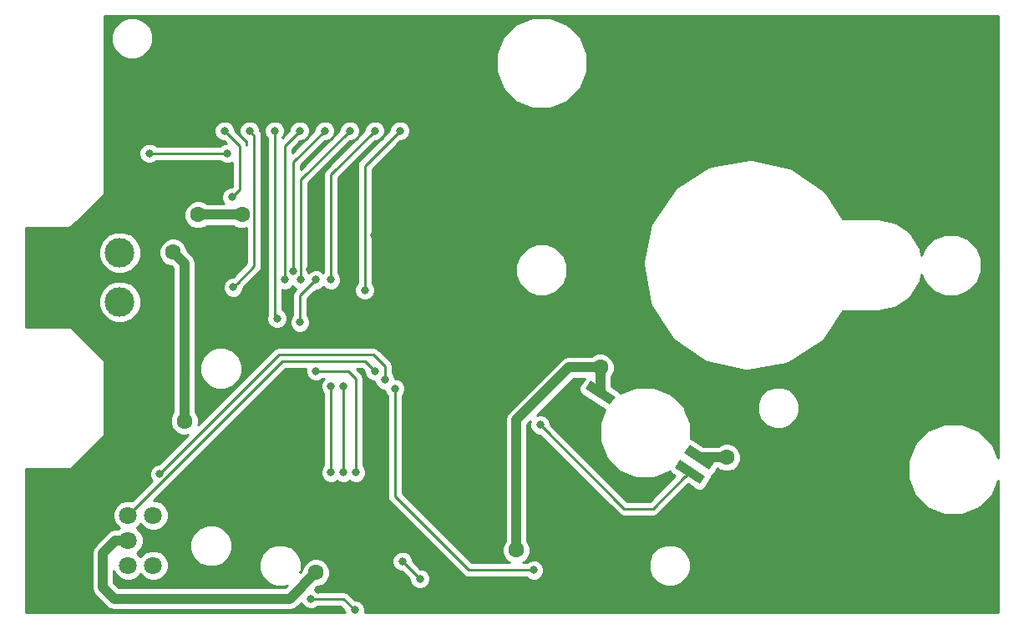
<source format=gbr>
G04 #@! TF.GenerationSoftware,KiCad,Pcbnew,(2017-01-15 revision 8ac4790)-makepkg*
G04 #@! TF.CreationDate,2017-09-14T17:44:39+02:00*
G04 #@! TF.ProjectId,Fallblatt-Controller,46616C6C626C6174742D436F6E74726F,1.0*
G04 #@! TF.FileFunction,Copper,L2,Bot,Signal*
G04 #@! TF.FilePolarity,Positive*
%FSLAX46Y46*%
G04 Gerber Fmt 4.6, Leading zero omitted, Abs format (unit mm)*
G04 Created by KiCad (PCBNEW (2017-01-15 revision 8ac4790)-makepkg) date 09/14/17 17:44:39*
%MOMM*%
%LPD*%
G01*
G04 APERTURE LIST*
%ADD10C,0.100000*%
%ADD11C,1.000000*%
%ADD12C,1.800000*%
%ADD13C,3.000000*%
%ADD14C,0.800000*%
%ADD15C,1.600000*%
%ADD16C,1.000000*%
%ADD17C,0.250000*%
%ADD18C,0.254000*%
G04 APERTURE END LIST*
D10*
D11*
X122977801Y-100486969D03*
D10*
G36*
X123963487Y-101723263D02*
X121447476Y-100089346D01*
X121992115Y-99250675D01*
X124508126Y-100884592D01*
X123963487Y-101723263D01*
X123963487Y-101723263D01*
G37*
D11*
X123958152Y-98977362D03*
D10*
G36*
X124943838Y-100213656D02*
X122427827Y-98579739D01*
X122972466Y-97741068D01*
X125488477Y-99374985D01*
X124943838Y-100213656D01*
X124943838Y-100213656D01*
G37*
D11*
X134022199Y-105513031D03*
D10*
G36*
X135007885Y-106749325D02*
X132491874Y-105115408D01*
X133036513Y-104276737D01*
X135552524Y-105910654D01*
X135007885Y-106749325D01*
X135007885Y-106749325D01*
G37*
D11*
X133041848Y-107022638D03*
D10*
G36*
X134027534Y-108258932D02*
X131511523Y-106625015D01*
X132056162Y-105786344D01*
X134572173Y-107420261D01*
X134027534Y-108258932D01*
X134027534Y-108258932D01*
G37*
D12*
X76100000Y-116500000D03*
X76100000Y-113960000D03*
X76100000Y-111420000D03*
X78640000Y-116500000D03*
X78640000Y-113960000D03*
X78640000Y-111420000D03*
D13*
X75250000Y-84750000D03*
X75250000Y-89750000D03*
D14*
X115824000Y-120904000D03*
D15*
X76750000Y-94000000D03*
X73200000Y-80400000D03*
D14*
X102870000Y-120904000D03*
X95377000Y-118999000D03*
D15*
X121412000Y-101981000D03*
D14*
X101000000Y-83000000D03*
X94500000Y-86500000D03*
X95500000Y-85000000D03*
D15*
X115443000Y-114935000D03*
D14*
X95123000Y-87503000D03*
X93498998Y-91821000D03*
D15*
X87630000Y-80899000D03*
X83185000Y-80899000D03*
X123952000Y-96393000D03*
X95123000Y-117221000D03*
D14*
X117856000Y-102235000D03*
D15*
X136779000Y-105537000D03*
D14*
X86106000Y-74676000D03*
X78232000Y-74676000D03*
D15*
X81788000Y-101854000D03*
X80645000Y-84709000D03*
D14*
X101092000Y-96774000D03*
X99060000Y-121031000D03*
X94615000Y-119888000D03*
X79277340Y-107217340D03*
X102108000Y-97663000D03*
X105664000Y-117856000D03*
X103886000Y-116078000D03*
X100076000Y-88551021D03*
X103632000Y-72390000D03*
X96647000Y-87503000D03*
X101092000Y-72390000D03*
X93599000Y-87503000D03*
X98552000Y-72390000D03*
X92837000Y-86614000D03*
X96012000Y-72390000D03*
X91948000Y-87503000D03*
X93472000Y-72390000D03*
X91186000Y-91440000D03*
X90932000Y-72390000D03*
X86741000Y-88265000D03*
X88392000Y-72390000D03*
X86614000Y-79121000D03*
X85852000Y-72390000D03*
X96647000Y-98298000D03*
X96647000Y-107061000D03*
X95123000Y-96774000D03*
X99187000Y-107061000D03*
X97917000Y-98298000D03*
X97917000Y-107061000D03*
X117221000Y-116967000D03*
X103124000Y-98552000D03*
D16*
X122977801Y-100486969D02*
X122906031Y-100486969D01*
X122906031Y-100486969D02*
X121412000Y-101981000D01*
X76100000Y-113960000D02*
X74827208Y-113960000D01*
X74827208Y-113960000D02*
X73533000Y-115254208D01*
X73533000Y-115254208D02*
X73533000Y-118745000D01*
X73533000Y-118745000D02*
X74676000Y-119888000D01*
X92456000Y-119888000D02*
X95123000Y-117221000D01*
X74676000Y-119888000D02*
X92456000Y-119888000D01*
X115443000Y-101727000D02*
X115443000Y-114935000D01*
X120777000Y-96393000D02*
X115443000Y-101727000D01*
X122820630Y-96393000D02*
X120777000Y-96393000D01*
X123952000Y-96393000D02*
X122820630Y-96393000D01*
D17*
X93498998Y-91821000D02*
X93498998Y-89127002D01*
X93498998Y-89127002D02*
X95123000Y-87503000D01*
D16*
X83185000Y-80899000D02*
X87630000Y-80899000D01*
X123958152Y-98977362D02*
X123958152Y-96399152D01*
X123958152Y-96399152D02*
X123952000Y-96393000D01*
D17*
X129286000Y-110744000D02*
X126365000Y-110744000D01*
X126365000Y-110744000D02*
X117856000Y-102235000D01*
X132575200Y-107454800D02*
X129286000Y-110744000D01*
X133041848Y-107022638D02*
X132609686Y-107454800D01*
X132609686Y-107454800D02*
X132575200Y-107454800D01*
D16*
X134022199Y-105513031D02*
X136755031Y-105513031D01*
X136755031Y-105513031D02*
X136779000Y-105537000D01*
D17*
X78232000Y-74676000D02*
X86106000Y-74676000D01*
D16*
X80645000Y-84709000D02*
X81788000Y-85852000D01*
X81788000Y-85852000D02*
X81788000Y-101854000D01*
D17*
X100076000Y-95758000D02*
X91762000Y-95758000D01*
X101092000Y-96774000D02*
X100076000Y-95758000D01*
X91762000Y-95758000D02*
X76100000Y-111420000D01*
X94615000Y-119888000D02*
X97917000Y-119888000D01*
X97917000Y-119888000D02*
X99060000Y-121031000D01*
X79677339Y-106817341D02*
X79277340Y-107217340D01*
X91371680Y-95123000D02*
X79677339Y-106817341D01*
X100965000Y-95123000D02*
X91371680Y-95123000D01*
X102108000Y-96266000D02*
X100965000Y-95123000D01*
X102108000Y-97663000D02*
X102108000Y-96266000D01*
X103886000Y-116078000D02*
X105664000Y-117856000D01*
X100076000Y-75946000D02*
X100076000Y-87985336D01*
X100076000Y-87985336D02*
X100076000Y-88551021D01*
X103632000Y-72390000D02*
X100076000Y-75946000D01*
X101092000Y-72390000D02*
X96647000Y-76835000D01*
X96647000Y-76835000D02*
X96647000Y-87503000D01*
X98552000Y-72390000D02*
X93599000Y-77343000D01*
X93599000Y-77343000D02*
X93599000Y-87503000D01*
X96012000Y-72390000D02*
X92837000Y-75565000D01*
X92837000Y-75565000D02*
X92837000Y-86614000D01*
X93472000Y-72390000D02*
X91948000Y-73914000D01*
X91948000Y-73914000D02*
X91948000Y-87503000D01*
X90932000Y-72390000D02*
X90932000Y-91186000D01*
X90932000Y-91186000D02*
X91186000Y-91440000D01*
X87140999Y-87865001D02*
X86741000Y-88265000D01*
X88392000Y-72390000D02*
X88882002Y-72880002D01*
X88882002Y-72880002D02*
X88882002Y-86123998D01*
X88882002Y-86123998D02*
X87140999Y-87865001D01*
X87376000Y-73914000D02*
X87376000Y-78359000D01*
X87376000Y-78359000D02*
X86614000Y-79121000D01*
X85852000Y-72390000D02*
X87376000Y-73914000D01*
X96647000Y-107061000D02*
X96647000Y-98298000D01*
X99187000Y-97536000D02*
X98425000Y-96774000D01*
X98425000Y-96774000D02*
X95123000Y-96774000D01*
X99187000Y-98298000D02*
X99187000Y-97536000D01*
X99187000Y-107061000D02*
X99187000Y-98298000D01*
X97917000Y-107061000D02*
X97917000Y-98298000D01*
X103124000Y-109474000D02*
X110617000Y-116967000D01*
X110617000Y-116967000D02*
X117221000Y-116967000D01*
X103124000Y-107061000D02*
X103124000Y-109474000D01*
X103124000Y-98552000D02*
X103124000Y-106680000D01*
X103124000Y-106680000D02*
X103124000Y-106807000D01*
X103124000Y-107061000D02*
X103124000Y-106680000D01*
D18*
G36*
X164290000Y-105600225D02*
X163681653Y-104127913D01*
X162378945Y-102822929D01*
X160676003Y-102115806D01*
X158832086Y-102114197D01*
X157127913Y-102818347D01*
X155822929Y-104121055D01*
X155115806Y-105823997D01*
X155114197Y-107667914D01*
X155818347Y-109372087D01*
X157121055Y-110677071D01*
X158823997Y-111384194D01*
X160667914Y-111385803D01*
X162372087Y-110681653D01*
X163677071Y-109378945D01*
X164290000Y-107902847D01*
X164290000Y-121290000D01*
X100073135Y-121290000D01*
X100094820Y-121237777D01*
X100095179Y-120826029D01*
X99937942Y-120445485D01*
X99647046Y-120154081D01*
X99266777Y-119996180D01*
X99099836Y-119996034D01*
X98454401Y-119350599D01*
X98207839Y-119185852D01*
X97917000Y-119128000D01*
X95318761Y-119128000D01*
X95202046Y-119011081D01*
X95015509Y-118933624D01*
X95292984Y-118656148D01*
X95407187Y-118656248D01*
X95934800Y-118438243D01*
X96338824Y-118034923D01*
X96557750Y-117507691D01*
X96558248Y-116936813D01*
X96340243Y-116409200D01*
X96214234Y-116282971D01*
X102850821Y-116282971D01*
X103008058Y-116663515D01*
X103298954Y-116954919D01*
X103679223Y-117112820D01*
X103846164Y-117112966D01*
X104628965Y-117895767D01*
X104628821Y-118060971D01*
X104786058Y-118441515D01*
X105076954Y-118732919D01*
X105457223Y-118890820D01*
X105868971Y-118891179D01*
X106249515Y-118733942D01*
X106540919Y-118443046D01*
X106698820Y-118062777D01*
X106699179Y-117651029D01*
X106541942Y-117270485D01*
X106251046Y-116979081D01*
X105870777Y-116821180D01*
X105703836Y-116821034D01*
X104921035Y-116038233D01*
X104921179Y-115873029D01*
X104763942Y-115492485D01*
X104473046Y-115201081D01*
X104092777Y-115043180D01*
X103681029Y-115042821D01*
X103300485Y-115200058D01*
X103009081Y-115490954D01*
X102851180Y-115871223D01*
X102850821Y-116282971D01*
X96214234Y-116282971D01*
X95936923Y-116005176D01*
X95409691Y-115786250D01*
X94838813Y-115785752D01*
X94311200Y-116003757D01*
X93907176Y-116407077D01*
X93688250Y-116934309D01*
X93688148Y-117050719D01*
X93508446Y-117230422D01*
X93634628Y-116926541D01*
X93635370Y-116077185D01*
X93311020Y-115292200D01*
X92710959Y-114691091D01*
X91926541Y-114365372D01*
X91077185Y-114364630D01*
X90292200Y-114688980D01*
X89691091Y-115289041D01*
X89365372Y-116073459D01*
X89364630Y-116922815D01*
X89688980Y-117707800D01*
X90289041Y-118308909D01*
X91073459Y-118634628D01*
X91922815Y-118635370D01*
X92230723Y-118508145D01*
X91985868Y-118753000D01*
X75146132Y-118753000D01*
X74668000Y-118274868D01*
X74668000Y-117053911D01*
X74797932Y-117368371D01*
X75229357Y-117800551D01*
X75793330Y-118034733D01*
X76403991Y-118035265D01*
X76968371Y-117802068D01*
X77370323Y-117400818D01*
X77769357Y-117800551D01*
X78333330Y-118034733D01*
X78943991Y-118035265D01*
X79508371Y-117802068D01*
X79940551Y-117370643D01*
X80174733Y-116806670D01*
X80175265Y-116196009D01*
X79942068Y-115631629D01*
X79510643Y-115199449D01*
X78946670Y-114965267D01*
X78336009Y-114964735D01*
X77771629Y-115197932D01*
X77369677Y-115599182D01*
X77000818Y-115229677D01*
X77308217Y-114922815D01*
X82364630Y-114922815D01*
X82688980Y-115707800D01*
X83289041Y-116308909D01*
X84073459Y-116634628D01*
X84922815Y-116635370D01*
X85707800Y-116311020D01*
X86308909Y-115710959D01*
X86634628Y-114926541D01*
X86635370Y-114077185D01*
X86311020Y-113292200D01*
X85710959Y-112691091D01*
X84926541Y-112365372D01*
X84077185Y-112364630D01*
X83292200Y-112688980D01*
X82691091Y-113289041D01*
X82365372Y-114073459D01*
X82364630Y-114922815D01*
X77308217Y-114922815D01*
X77400551Y-114830643D01*
X77634733Y-114266670D01*
X77635265Y-113656009D01*
X77402068Y-113091629D01*
X77000818Y-112689677D01*
X77370323Y-112320818D01*
X77769357Y-112720551D01*
X78333330Y-112954733D01*
X78943991Y-112955265D01*
X79508371Y-112722068D01*
X79940551Y-112290643D01*
X80174733Y-111726670D01*
X80175265Y-111116009D01*
X79942068Y-110551629D01*
X79510643Y-110119449D01*
X78946670Y-109885267D01*
X78709741Y-109885061D01*
X92076802Y-96518000D01*
X94108619Y-96518000D01*
X94088180Y-96567223D01*
X94087821Y-96978971D01*
X94245058Y-97359515D01*
X94535954Y-97650919D01*
X94916223Y-97808820D01*
X95327971Y-97809179D01*
X95708515Y-97651942D01*
X95826663Y-97534000D01*
X95947344Y-97534000D01*
X95770081Y-97710954D01*
X95612180Y-98091223D01*
X95611821Y-98502971D01*
X95769058Y-98883515D01*
X95887000Y-99001663D01*
X95887000Y-106357239D01*
X95770081Y-106473954D01*
X95612180Y-106854223D01*
X95611821Y-107265971D01*
X95769058Y-107646515D01*
X96059954Y-107937919D01*
X96440223Y-108095820D01*
X96851971Y-108096179D01*
X97232515Y-107938942D01*
X97281831Y-107889712D01*
X97329954Y-107937919D01*
X97710223Y-108095820D01*
X98121971Y-108096179D01*
X98502515Y-107938942D01*
X98551831Y-107889712D01*
X98599954Y-107937919D01*
X98980223Y-108095820D01*
X99391971Y-108096179D01*
X99772515Y-107938942D01*
X100063919Y-107648046D01*
X100221820Y-107267777D01*
X100222179Y-106856029D01*
X100064942Y-106475485D01*
X99947000Y-106357337D01*
X99947000Y-97536000D01*
X99889148Y-97245161D01*
X99724401Y-96998599D01*
X99243802Y-96518000D01*
X99761198Y-96518000D01*
X100056965Y-96813767D01*
X100056821Y-96978971D01*
X100214058Y-97359515D01*
X100504954Y-97650919D01*
X100885223Y-97808820D01*
X101072872Y-97808984D01*
X101072821Y-97867971D01*
X101230058Y-98248515D01*
X101520954Y-98539919D01*
X101901223Y-98697820D01*
X102088872Y-98697984D01*
X102088821Y-98756971D01*
X102246058Y-99137515D01*
X102364000Y-99255663D01*
X102364000Y-109474000D01*
X102421852Y-109764839D01*
X102586599Y-110011401D01*
X110079599Y-117504401D01*
X110326160Y-117669148D01*
X110617000Y-117727000D01*
X116517239Y-117727000D01*
X116633954Y-117843919D01*
X117014223Y-118001820D01*
X117425971Y-118002179D01*
X117806515Y-117844942D01*
X118097919Y-117554046D01*
X118255820Y-117173777D01*
X118256038Y-116922815D01*
X128864630Y-116922815D01*
X129188980Y-117707800D01*
X129789041Y-118308909D01*
X130573459Y-118634628D01*
X131422815Y-118635370D01*
X132207800Y-118311020D01*
X132808909Y-117710959D01*
X133134628Y-116926541D01*
X133135370Y-116077185D01*
X132811020Y-115292200D01*
X132210959Y-114691091D01*
X131426541Y-114365372D01*
X130577185Y-114364630D01*
X129792200Y-114688980D01*
X129191091Y-115289041D01*
X128865372Y-116073459D01*
X128864630Y-116922815D01*
X118256038Y-116922815D01*
X118256179Y-116762029D01*
X118098942Y-116381485D01*
X117808046Y-116090081D01*
X117427777Y-115932180D01*
X117016029Y-115931821D01*
X116635485Y-116089058D01*
X116517337Y-116207000D01*
X116122278Y-116207000D01*
X116254800Y-116152243D01*
X116658824Y-115748923D01*
X116877750Y-115221691D01*
X116878248Y-114650813D01*
X116660243Y-114123200D01*
X116578000Y-114040813D01*
X116578000Y-102197132D01*
X116873919Y-101901213D01*
X116821180Y-102028223D01*
X116820821Y-102439971D01*
X116978058Y-102820515D01*
X117268954Y-103111919D01*
X117649223Y-103269820D01*
X117816164Y-103269966D01*
X125827599Y-111281401D01*
X126074160Y-111446148D01*
X126365000Y-111504000D01*
X129286000Y-111504000D01*
X129576839Y-111446148D01*
X129823401Y-111281401D01*
X132843080Y-108261722D01*
X133674913Y-108801921D01*
X133909548Y-108895531D01*
X134162145Y-108892224D01*
X134394248Y-108792504D01*
X134570523Y-108611553D01*
X135115162Y-107772882D01*
X135208772Y-107538248D01*
X135206375Y-107355172D01*
X135374599Y-107282897D01*
X135550874Y-107101946D01*
X135845650Y-106648031D01*
X135860467Y-106648031D01*
X135965077Y-106752824D01*
X136492309Y-106971750D01*
X137063187Y-106972248D01*
X137590800Y-106754243D01*
X137994824Y-106350923D01*
X138213750Y-105823691D01*
X138214248Y-105252813D01*
X137996243Y-104725200D01*
X137592923Y-104321176D01*
X137065691Y-104102250D01*
X136494813Y-104101752D01*
X135967200Y-104319757D01*
X135908824Y-104378031D01*
X134381243Y-104378031D01*
X133389134Y-103733748D01*
X133154499Y-103640138D01*
X133134443Y-103640401D01*
X133135803Y-102082086D01*
X132656802Y-100922815D01*
X139864630Y-100922815D01*
X140188980Y-101707800D01*
X140789041Y-102308909D01*
X141573459Y-102634628D01*
X142422815Y-102635370D01*
X143207800Y-102311020D01*
X143808909Y-101710959D01*
X144134628Y-100926541D01*
X144135370Y-100077185D01*
X143811020Y-99292200D01*
X143210959Y-98691091D01*
X142426541Y-98365372D01*
X141577185Y-98364630D01*
X140792200Y-98688980D01*
X140191091Y-99289041D01*
X139865372Y-100073459D01*
X139864630Y-100922815D01*
X132656802Y-100922815D01*
X132431653Y-100377913D01*
X131128945Y-99072929D01*
X129426003Y-98365806D01*
X127582086Y-98364197D01*
X126022239Y-99008713D01*
X126022049Y-99008271D01*
X125841098Y-98831996D01*
X125093152Y-98346274D01*
X125093152Y-97281465D01*
X125167824Y-97206923D01*
X125386750Y-96679691D01*
X125387248Y-96108813D01*
X125169243Y-95581200D01*
X124765923Y-95177176D01*
X124238691Y-94958250D01*
X123667813Y-94957752D01*
X123140200Y-95175757D01*
X123057813Y-95258000D01*
X120777000Y-95258000D01*
X120342654Y-95344397D01*
X120014217Y-95563852D01*
X119974434Y-95590434D01*
X114640434Y-100924434D01*
X114394397Y-101292654D01*
X114308000Y-101727000D01*
X114308000Y-114040394D01*
X114227176Y-114121077D01*
X114008250Y-114648309D01*
X114007752Y-115219187D01*
X114225757Y-115746800D01*
X114629077Y-116150824D01*
X114764364Y-116207000D01*
X110931802Y-116207000D01*
X103884000Y-109159198D01*
X103884000Y-99255761D01*
X104000919Y-99139046D01*
X104158820Y-98758777D01*
X104159179Y-98347029D01*
X104001942Y-97966485D01*
X103711046Y-97675081D01*
X103330777Y-97517180D01*
X103143128Y-97517016D01*
X103143179Y-97458029D01*
X102985942Y-97077485D01*
X102868000Y-96959337D01*
X102868000Y-96266000D01*
X102810148Y-95975161D01*
X102645401Y-95728599D01*
X101502401Y-94585599D01*
X101255839Y-94420852D01*
X100965000Y-94363000D01*
X91371680Y-94363000D01*
X91080841Y-94420852D01*
X90834279Y-94585599D01*
X83182674Y-102237204D01*
X83222750Y-102140691D01*
X83223248Y-101569813D01*
X83005243Y-101042200D01*
X82923000Y-100959813D01*
X82923000Y-96922815D01*
X83364630Y-96922815D01*
X83688980Y-97707800D01*
X84289041Y-98308909D01*
X85073459Y-98634628D01*
X85922815Y-98635370D01*
X86707800Y-98311020D01*
X87308909Y-97710959D01*
X87634628Y-96926541D01*
X87635370Y-96077185D01*
X87311020Y-95292200D01*
X86710959Y-94691091D01*
X85926541Y-94365372D01*
X85077185Y-94364630D01*
X84292200Y-94688980D01*
X83691091Y-95289041D01*
X83365372Y-96073459D01*
X83364630Y-96922815D01*
X82923000Y-96922815D01*
X82923000Y-85852000D01*
X82836603Y-85417654D01*
X82590566Y-85049434D01*
X82080148Y-84539016D01*
X82080248Y-84424813D01*
X81862243Y-83897200D01*
X81458923Y-83493176D01*
X80931691Y-83274250D01*
X80360813Y-83273752D01*
X79833200Y-83491757D01*
X79429176Y-83895077D01*
X79210250Y-84422309D01*
X79209752Y-84993187D01*
X79427757Y-85520800D01*
X79831077Y-85924824D01*
X80358309Y-86143750D01*
X80474720Y-86143852D01*
X80653000Y-86322132D01*
X80653000Y-100959394D01*
X80572176Y-101040077D01*
X80353250Y-101567309D01*
X80352752Y-102138187D01*
X80570757Y-102665800D01*
X80974077Y-103069824D01*
X81501309Y-103288750D01*
X82072187Y-103289248D01*
X82171782Y-103248096D01*
X79237573Y-106182305D01*
X79072369Y-106182161D01*
X78691825Y-106339398D01*
X78400421Y-106630294D01*
X78242520Y-107010563D01*
X78242161Y-107422311D01*
X78399398Y-107802855D01*
X78520765Y-107924433D01*
X76514964Y-109930234D01*
X76406670Y-109885267D01*
X75796009Y-109884735D01*
X75231629Y-110117932D01*
X74799449Y-110549357D01*
X74565267Y-111113330D01*
X74564735Y-111723991D01*
X74797932Y-112288371D01*
X75199182Y-112690323D01*
X75064269Y-112825000D01*
X74827208Y-112825000D01*
X74392863Y-112911396D01*
X74024642Y-113157433D01*
X72730434Y-114451642D01*
X72484397Y-114819862D01*
X72398000Y-115254208D01*
X72398000Y-118745000D01*
X72484397Y-119179346D01*
X72565653Y-119300954D01*
X72730434Y-119547566D01*
X73873434Y-120690566D01*
X74241654Y-120936603D01*
X74676000Y-121023000D01*
X92456000Y-121023000D01*
X92890346Y-120936603D01*
X93258566Y-120690566D01*
X93660618Y-120288515D01*
X93737058Y-120473515D01*
X94027954Y-120764919D01*
X94408223Y-120922820D01*
X94819971Y-120923179D01*
X95200515Y-120765942D01*
X95318663Y-120648000D01*
X97602198Y-120648000D01*
X98024965Y-121070767D01*
X98024821Y-121235971D01*
X98047145Y-121290000D01*
X65710000Y-121290000D01*
X65710000Y-106710000D01*
X70000000Y-106710000D01*
X70271705Y-106655954D01*
X70502046Y-106502046D01*
X73502046Y-103502046D01*
X73655954Y-103271705D01*
X73710000Y-103000000D01*
X73710000Y-96000000D01*
X73655954Y-95728295D01*
X73502046Y-95497954D01*
X70502046Y-92497954D01*
X70271705Y-92344046D01*
X70000000Y-92290000D01*
X65710000Y-92290000D01*
X65710000Y-90172815D01*
X73114630Y-90172815D01*
X73438980Y-90957800D01*
X74039041Y-91558909D01*
X74823459Y-91884628D01*
X75672815Y-91885370D01*
X76457800Y-91561020D01*
X77058909Y-90960959D01*
X77384628Y-90176541D01*
X77385370Y-89327185D01*
X77061020Y-88542200D01*
X76460959Y-87941091D01*
X75676541Y-87615372D01*
X74827185Y-87614630D01*
X74042200Y-87938980D01*
X73441091Y-88539041D01*
X73115372Y-89323459D01*
X73114630Y-90172815D01*
X65710000Y-90172815D01*
X65710000Y-85172815D01*
X73114630Y-85172815D01*
X73438980Y-85957800D01*
X74039041Y-86558909D01*
X74823459Y-86884628D01*
X75672815Y-86885370D01*
X76457800Y-86561020D01*
X77058909Y-85960959D01*
X77384628Y-85176541D01*
X77385370Y-84327185D01*
X77061020Y-83542200D01*
X76460959Y-82941091D01*
X75676541Y-82615372D01*
X74827185Y-82614630D01*
X74042200Y-82938980D01*
X73441091Y-83539041D01*
X73115372Y-84323459D01*
X73114630Y-85172815D01*
X65710000Y-85172815D01*
X65710000Y-82210000D01*
X70000000Y-82210000D01*
X70271705Y-82155954D01*
X70502046Y-82002046D01*
X73502046Y-79002046D01*
X73655954Y-78771705D01*
X73710000Y-78500000D01*
X73710000Y-74880971D01*
X77196821Y-74880971D01*
X77354058Y-75261515D01*
X77644954Y-75552919D01*
X78025223Y-75710820D01*
X78436971Y-75711179D01*
X78817515Y-75553942D01*
X78935663Y-75436000D01*
X85402239Y-75436000D01*
X85518954Y-75552919D01*
X85899223Y-75710820D01*
X86310971Y-75711179D01*
X86616000Y-75585144D01*
X86616000Y-78044198D01*
X86574233Y-78085965D01*
X86409029Y-78085821D01*
X86028485Y-78243058D01*
X85737081Y-78533954D01*
X85579180Y-78914223D01*
X85578821Y-79325971D01*
X85736058Y-79706515D01*
X85793443Y-79764000D01*
X84079606Y-79764000D01*
X83998923Y-79683176D01*
X83471691Y-79464250D01*
X82900813Y-79463752D01*
X82373200Y-79681757D01*
X81969176Y-80085077D01*
X81750250Y-80612309D01*
X81749752Y-81183187D01*
X81967757Y-81710800D01*
X82371077Y-82114824D01*
X82898309Y-82333750D01*
X83469187Y-82334248D01*
X83996800Y-82116243D01*
X84079187Y-82034000D01*
X86735394Y-82034000D01*
X86816077Y-82114824D01*
X87343309Y-82333750D01*
X87914187Y-82334248D01*
X88122002Y-82248381D01*
X88122002Y-85809196D01*
X86701233Y-87229965D01*
X86536029Y-87229821D01*
X86155485Y-87387058D01*
X85864081Y-87677954D01*
X85706180Y-88058223D01*
X85705821Y-88469971D01*
X85863058Y-88850515D01*
X86153954Y-89141919D01*
X86534223Y-89299820D01*
X86945971Y-89300179D01*
X87326515Y-89142942D01*
X87617919Y-88852046D01*
X87775820Y-88471777D01*
X87775966Y-88304836D01*
X89419403Y-86661399D01*
X89584150Y-86414837D01*
X89642002Y-86123998D01*
X89642002Y-72880002D01*
X89585306Y-72594971D01*
X89896821Y-72594971D01*
X90054058Y-72975515D01*
X90172000Y-73093663D01*
X90172000Y-91183083D01*
X90151180Y-91233223D01*
X90150821Y-91644971D01*
X90308058Y-92025515D01*
X90598954Y-92316919D01*
X90979223Y-92474820D01*
X91390971Y-92475179D01*
X91771515Y-92317942D01*
X92062919Y-92027046D01*
X92220820Y-91646777D01*
X92221179Y-91235029D01*
X92063942Y-90854485D01*
X91773046Y-90563081D01*
X91692000Y-90529428D01*
X91692000Y-88517381D01*
X91741223Y-88537820D01*
X92152971Y-88538179D01*
X92533515Y-88380942D01*
X92773663Y-88141212D01*
X93011954Y-88379919D01*
X93124532Y-88426666D01*
X92961597Y-88589601D01*
X92796850Y-88836163D01*
X92738998Y-89127002D01*
X92738998Y-91117239D01*
X92622079Y-91233954D01*
X92464178Y-91614223D01*
X92463819Y-92025971D01*
X92621056Y-92406515D01*
X92911952Y-92697919D01*
X93292221Y-92855820D01*
X93703969Y-92856179D01*
X94084513Y-92698942D01*
X94375917Y-92408046D01*
X94533818Y-92027777D01*
X94534177Y-91616029D01*
X94376940Y-91235485D01*
X94258998Y-91117337D01*
X94258998Y-89441804D01*
X94944810Y-88755992D01*
X99040821Y-88755992D01*
X99198058Y-89136536D01*
X99488954Y-89427940D01*
X99869223Y-89585841D01*
X100280971Y-89586200D01*
X100661515Y-89428963D01*
X100952919Y-89138067D01*
X101110820Y-88757798D01*
X101111179Y-88346050D01*
X100953942Y-87965506D01*
X100836000Y-87847358D01*
X100836000Y-87021834D01*
X115364543Y-87021834D01*
X115764853Y-87990658D01*
X116505443Y-88732542D01*
X117473567Y-89134542D01*
X118521834Y-89135457D01*
X119490658Y-88735147D01*
X120232542Y-87994557D01*
X120634542Y-87026433D01*
X120635457Y-85978166D01*
X120624450Y-85951526D01*
X128270909Y-85951526D01*
X128967524Y-89803312D01*
X129040367Y-89988219D01*
X129069062Y-90061062D01*
X131186666Y-93353065D01*
X131379111Y-93552337D01*
X134595317Y-95783380D01*
X134772385Y-95860366D01*
X134849371Y-95893838D01*
X138674540Y-96724263D01*
X138811837Y-96726656D01*
X138951526Y-96729091D01*
X142803312Y-96032476D01*
X142990705Y-95958654D01*
X143061062Y-95930938D01*
X146353065Y-93813334D01*
X146552337Y-93620889D01*
X148571585Y-90710000D01*
X152000000Y-90710000D01*
X152068584Y-90696358D01*
X152138514Y-90696358D01*
X153669248Y-90391876D01*
X153925189Y-90285861D01*
X155222882Y-89418771D01*
X155418770Y-89222882D01*
X156285861Y-87925189D01*
X156340268Y-87793839D01*
X156391876Y-87669248D01*
X156523737Y-87006340D01*
X156840727Y-87773515D01*
X157721847Y-88656174D01*
X158873674Y-89134454D01*
X160120854Y-89135543D01*
X161273515Y-88659273D01*
X162156174Y-87778153D01*
X162634454Y-86626326D01*
X162635543Y-85379146D01*
X162159273Y-84226485D01*
X161278153Y-83343826D01*
X160126326Y-82865546D01*
X158879146Y-82864457D01*
X157726485Y-83340727D01*
X156843826Y-84221847D01*
X156523609Y-84993017D01*
X156391876Y-84330752D01*
X156285861Y-84074811D01*
X155418770Y-82777118D01*
X155335489Y-82693837D01*
X155222882Y-82581229D01*
X153925189Y-81714139D01*
X153894835Y-81701566D01*
X153669248Y-81608124D01*
X152138514Y-81303642D01*
X152068584Y-81303642D01*
X152000000Y-81290000D01*
X148579503Y-81290000D01*
X146806549Y-78636587D01*
X146712884Y-78542922D01*
X146620889Y-78447663D01*
X143404683Y-76216621D01*
X143150629Y-76106162D01*
X139325460Y-75275737D01*
X139184553Y-75273281D01*
X139048473Y-75270909D01*
X135196688Y-75967524D01*
X135011781Y-76040367D01*
X134938938Y-76069062D01*
X131646935Y-78186666D01*
X131447663Y-78379111D01*
X129216621Y-81595317D01*
X129106162Y-81849371D01*
X128275737Y-85674540D01*
X128273324Y-85813033D01*
X128270909Y-85951526D01*
X120624450Y-85951526D01*
X120235147Y-85009342D01*
X119494557Y-84267458D01*
X118526433Y-83865458D01*
X117478166Y-83864543D01*
X116509342Y-84264853D01*
X115767458Y-85005443D01*
X115365458Y-85973567D01*
X115364543Y-87021834D01*
X100836000Y-87021834D01*
X100836000Y-76260802D01*
X103671767Y-73425035D01*
X103836971Y-73425179D01*
X104217515Y-73267942D01*
X104508919Y-72977046D01*
X104666820Y-72596777D01*
X104667179Y-72185029D01*
X104509942Y-71804485D01*
X104219046Y-71513081D01*
X103838777Y-71355180D01*
X103427029Y-71354821D01*
X103046485Y-71512058D01*
X102755081Y-71802954D01*
X102597180Y-72183223D01*
X102597034Y-72350164D01*
X99538599Y-75408599D01*
X99373852Y-75655161D01*
X99316000Y-75946000D01*
X99316000Y-87847260D01*
X99199081Y-87963975D01*
X99041180Y-88344244D01*
X99040821Y-88755992D01*
X94944810Y-88755992D01*
X95162767Y-88538035D01*
X95327971Y-88538179D01*
X95708515Y-88380942D01*
X95885053Y-88204712D01*
X96059954Y-88379919D01*
X96440223Y-88537820D01*
X96851971Y-88538179D01*
X97232515Y-88380942D01*
X97523919Y-88090046D01*
X97681820Y-87709777D01*
X97682179Y-87298029D01*
X97524942Y-86917485D01*
X97407000Y-86799337D01*
X97407000Y-77149802D01*
X101131767Y-73425035D01*
X101296971Y-73425179D01*
X101677515Y-73267942D01*
X101968919Y-72977046D01*
X102126820Y-72596777D01*
X102127179Y-72185029D01*
X101969942Y-71804485D01*
X101679046Y-71513081D01*
X101298777Y-71355180D01*
X100887029Y-71354821D01*
X100506485Y-71512058D01*
X100215081Y-71802954D01*
X100057180Y-72183223D01*
X100057034Y-72350164D01*
X96109599Y-76297599D01*
X95944852Y-76544161D01*
X95887000Y-76835000D01*
X95887000Y-86799239D01*
X95884947Y-86801288D01*
X95710046Y-86626081D01*
X95329777Y-86468180D01*
X94918029Y-86467821D01*
X94537485Y-86625058D01*
X94360947Y-86801288D01*
X94359000Y-86799337D01*
X94359000Y-77657802D01*
X98591767Y-73425035D01*
X98756971Y-73425179D01*
X99137515Y-73267942D01*
X99428919Y-72977046D01*
X99586820Y-72596777D01*
X99587179Y-72185029D01*
X99429942Y-71804485D01*
X99139046Y-71513081D01*
X98758777Y-71355180D01*
X98347029Y-71354821D01*
X97966485Y-71512058D01*
X97675081Y-71802954D01*
X97517180Y-72183223D01*
X97517034Y-72350164D01*
X93597000Y-76270198D01*
X93597000Y-75879802D01*
X96051767Y-73425035D01*
X96216971Y-73425179D01*
X96597515Y-73267942D01*
X96888919Y-72977046D01*
X97046820Y-72596777D01*
X97047179Y-72185029D01*
X96889942Y-71804485D01*
X96599046Y-71513081D01*
X96218777Y-71355180D01*
X95807029Y-71354821D01*
X95426485Y-71512058D01*
X95135081Y-71802954D01*
X94977180Y-72183223D01*
X94977034Y-72350164D01*
X92708000Y-74619198D01*
X92708000Y-74228802D01*
X93511767Y-73425035D01*
X93676971Y-73425179D01*
X94057515Y-73267942D01*
X94348919Y-72977046D01*
X94506820Y-72596777D01*
X94507179Y-72185029D01*
X94349942Y-71804485D01*
X94059046Y-71513081D01*
X93678777Y-71355180D01*
X93267029Y-71354821D01*
X92886485Y-71512058D01*
X92595081Y-71802954D01*
X92437180Y-72183223D01*
X92437034Y-72350164D01*
X91692000Y-73095198D01*
X91692000Y-73093761D01*
X91808919Y-72977046D01*
X91966820Y-72596777D01*
X91967179Y-72185029D01*
X91809942Y-71804485D01*
X91519046Y-71513081D01*
X91138777Y-71355180D01*
X90727029Y-71354821D01*
X90346485Y-71512058D01*
X90055081Y-71802954D01*
X89897180Y-72183223D01*
X89896821Y-72594971D01*
X89585306Y-72594971D01*
X89584150Y-72589163D01*
X89584150Y-72589162D01*
X89427032Y-72354018D01*
X89427179Y-72185029D01*
X89269942Y-71804485D01*
X88979046Y-71513081D01*
X88598777Y-71355180D01*
X88187029Y-71354821D01*
X87806485Y-71512058D01*
X87515081Y-71802954D01*
X87357180Y-72183223D01*
X87356821Y-72594971D01*
X87514058Y-72975515D01*
X87804954Y-73266919D01*
X88122002Y-73398568D01*
X88122002Y-73843628D01*
X88078148Y-73623161D01*
X88078148Y-73623160D01*
X87913401Y-73376599D01*
X86887035Y-72350233D01*
X86887179Y-72185029D01*
X86729942Y-71804485D01*
X86439046Y-71513081D01*
X86058777Y-71355180D01*
X85647029Y-71354821D01*
X85266485Y-71512058D01*
X84975081Y-71802954D01*
X84817180Y-72183223D01*
X84816821Y-72594971D01*
X84974058Y-72975515D01*
X85264954Y-73266919D01*
X85645223Y-73424820D01*
X85812164Y-73424966D01*
X86028130Y-73640932D01*
X85901029Y-73640821D01*
X85520485Y-73798058D01*
X85402337Y-73916000D01*
X78935761Y-73916000D01*
X78819046Y-73799081D01*
X78438777Y-73641180D01*
X78027029Y-73640821D01*
X77646485Y-73798058D01*
X77355081Y-74088954D01*
X77197180Y-74469223D01*
X77196821Y-74880971D01*
X73710000Y-74880971D01*
X73710000Y-66417914D01*
X113364197Y-66417914D01*
X114068347Y-68122087D01*
X115371055Y-69427071D01*
X117073997Y-70134194D01*
X118917914Y-70135803D01*
X120622087Y-69431653D01*
X121927071Y-68128945D01*
X122634194Y-66426003D01*
X122635803Y-64582086D01*
X121931653Y-62877913D01*
X120628945Y-61572929D01*
X118926003Y-60865806D01*
X117082086Y-60864197D01*
X115377913Y-61568347D01*
X114072929Y-62871055D01*
X113365806Y-64573997D01*
X113364197Y-66417914D01*
X73710000Y-66417914D01*
X73710000Y-63422815D01*
X74364630Y-63422815D01*
X74688980Y-64207800D01*
X75289041Y-64808909D01*
X76073459Y-65134628D01*
X76922815Y-65135370D01*
X77707800Y-64811020D01*
X78308909Y-64210959D01*
X78634628Y-63426541D01*
X78635370Y-62577185D01*
X78311020Y-61792200D01*
X77710959Y-61191091D01*
X76926541Y-60865372D01*
X76077185Y-60864630D01*
X75292200Y-61188980D01*
X74691091Y-61789041D01*
X74365372Y-62573459D01*
X74364630Y-63422815D01*
X73710000Y-63422815D01*
X73710000Y-60710000D01*
X164290000Y-60710000D01*
X164290000Y-105600225D01*
X164290000Y-105600225D01*
G37*
X164290000Y-105600225D02*
X163681653Y-104127913D01*
X162378945Y-102822929D01*
X160676003Y-102115806D01*
X158832086Y-102114197D01*
X157127913Y-102818347D01*
X155822929Y-104121055D01*
X155115806Y-105823997D01*
X155114197Y-107667914D01*
X155818347Y-109372087D01*
X157121055Y-110677071D01*
X158823997Y-111384194D01*
X160667914Y-111385803D01*
X162372087Y-110681653D01*
X163677071Y-109378945D01*
X164290000Y-107902847D01*
X164290000Y-121290000D01*
X100073135Y-121290000D01*
X100094820Y-121237777D01*
X100095179Y-120826029D01*
X99937942Y-120445485D01*
X99647046Y-120154081D01*
X99266777Y-119996180D01*
X99099836Y-119996034D01*
X98454401Y-119350599D01*
X98207839Y-119185852D01*
X97917000Y-119128000D01*
X95318761Y-119128000D01*
X95202046Y-119011081D01*
X95015509Y-118933624D01*
X95292984Y-118656148D01*
X95407187Y-118656248D01*
X95934800Y-118438243D01*
X96338824Y-118034923D01*
X96557750Y-117507691D01*
X96558248Y-116936813D01*
X96340243Y-116409200D01*
X96214234Y-116282971D01*
X102850821Y-116282971D01*
X103008058Y-116663515D01*
X103298954Y-116954919D01*
X103679223Y-117112820D01*
X103846164Y-117112966D01*
X104628965Y-117895767D01*
X104628821Y-118060971D01*
X104786058Y-118441515D01*
X105076954Y-118732919D01*
X105457223Y-118890820D01*
X105868971Y-118891179D01*
X106249515Y-118733942D01*
X106540919Y-118443046D01*
X106698820Y-118062777D01*
X106699179Y-117651029D01*
X106541942Y-117270485D01*
X106251046Y-116979081D01*
X105870777Y-116821180D01*
X105703836Y-116821034D01*
X104921035Y-116038233D01*
X104921179Y-115873029D01*
X104763942Y-115492485D01*
X104473046Y-115201081D01*
X104092777Y-115043180D01*
X103681029Y-115042821D01*
X103300485Y-115200058D01*
X103009081Y-115490954D01*
X102851180Y-115871223D01*
X102850821Y-116282971D01*
X96214234Y-116282971D01*
X95936923Y-116005176D01*
X95409691Y-115786250D01*
X94838813Y-115785752D01*
X94311200Y-116003757D01*
X93907176Y-116407077D01*
X93688250Y-116934309D01*
X93688148Y-117050719D01*
X93508446Y-117230422D01*
X93634628Y-116926541D01*
X93635370Y-116077185D01*
X93311020Y-115292200D01*
X92710959Y-114691091D01*
X91926541Y-114365372D01*
X91077185Y-114364630D01*
X90292200Y-114688980D01*
X89691091Y-115289041D01*
X89365372Y-116073459D01*
X89364630Y-116922815D01*
X89688980Y-117707800D01*
X90289041Y-118308909D01*
X91073459Y-118634628D01*
X91922815Y-118635370D01*
X92230723Y-118508145D01*
X91985868Y-118753000D01*
X75146132Y-118753000D01*
X74668000Y-118274868D01*
X74668000Y-117053911D01*
X74797932Y-117368371D01*
X75229357Y-117800551D01*
X75793330Y-118034733D01*
X76403991Y-118035265D01*
X76968371Y-117802068D01*
X77370323Y-117400818D01*
X77769357Y-117800551D01*
X78333330Y-118034733D01*
X78943991Y-118035265D01*
X79508371Y-117802068D01*
X79940551Y-117370643D01*
X80174733Y-116806670D01*
X80175265Y-116196009D01*
X79942068Y-115631629D01*
X79510643Y-115199449D01*
X78946670Y-114965267D01*
X78336009Y-114964735D01*
X77771629Y-115197932D01*
X77369677Y-115599182D01*
X77000818Y-115229677D01*
X77308217Y-114922815D01*
X82364630Y-114922815D01*
X82688980Y-115707800D01*
X83289041Y-116308909D01*
X84073459Y-116634628D01*
X84922815Y-116635370D01*
X85707800Y-116311020D01*
X86308909Y-115710959D01*
X86634628Y-114926541D01*
X86635370Y-114077185D01*
X86311020Y-113292200D01*
X85710959Y-112691091D01*
X84926541Y-112365372D01*
X84077185Y-112364630D01*
X83292200Y-112688980D01*
X82691091Y-113289041D01*
X82365372Y-114073459D01*
X82364630Y-114922815D01*
X77308217Y-114922815D01*
X77400551Y-114830643D01*
X77634733Y-114266670D01*
X77635265Y-113656009D01*
X77402068Y-113091629D01*
X77000818Y-112689677D01*
X77370323Y-112320818D01*
X77769357Y-112720551D01*
X78333330Y-112954733D01*
X78943991Y-112955265D01*
X79508371Y-112722068D01*
X79940551Y-112290643D01*
X80174733Y-111726670D01*
X80175265Y-111116009D01*
X79942068Y-110551629D01*
X79510643Y-110119449D01*
X78946670Y-109885267D01*
X78709741Y-109885061D01*
X92076802Y-96518000D01*
X94108619Y-96518000D01*
X94088180Y-96567223D01*
X94087821Y-96978971D01*
X94245058Y-97359515D01*
X94535954Y-97650919D01*
X94916223Y-97808820D01*
X95327971Y-97809179D01*
X95708515Y-97651942D01*
X95826663Y-97534000D01*
X95947344Y-97534000D01*
X95770081Y-97710954D01*
X95612180Y-98091223D01*
X95611821Y-98502971D01*
X95769058Y-98883515D01*
X95887000Y-99001663D01*
X95887000Y-106357239D01*
X95770081Y-106473954D01*
X95612180Y-106854223D01*
X95611821Y-107265971D01*
X95769058Y-107646515D01*
X96059954Y-107937919D01*
X96440223Y-108095820D01*
X96851971Y-108096179D01*
X97232515Y-107938942D01*
X97281831Y-107889712D01*
X97329954Y-107937919D01*
X97710223Y-108095820D01*
X98121971Y-108096179D01*
X98502515Y-107938942D01*
X98551831Y-107889712D01*
X98599954Y-107937919D01*
X98980223Y-108095820D01*
X99391971Y-108096179D01*
X99772515Y-107938942D01*
X100063919Y-107648046D01*
X100221820Y-107267777D01*
X100222179Y-106856029D01*
X100064942Y-106475485D01*
X99947000Y-106357337D01*
X99947000Y-97536000D01*
X99889148Y-97245161D01*
X99724401Y-96998599D01*
X99243802Y-96518000D01*
X99761198Y-96518000D01*
X100056965Y-96813767D01*
X100056821Y-96978971D01*
X100214058Y-97359515D01*
X100504954Y-97650919D01*
X100885223Y-97808820D01*
X101072872Y-97808984D01*
X101072821Y-97867971D01*
X101230058Y-98248515D01*
X101520954Y-98539919D01*
X101901223Y-98697820D01*
X102088872Y-98697984D01*
X102088821Y-98756971D01*
X102246058Y-99137515D01*
X102364000Y-99255663D01*
X102364000Y-109474000D01*
X102421852Y-109764839D01*
X102586599Y-110011401D01*
X110079599Y-117504401D01*
X110326160Y-117669148D01*
X110617000Y-117727000D01*
X116517239Y-117727000D01*
X116633954Y-117843919D01*
X117014223Y-118001820D01*
X117425971Y-118002179D01*
X117806515Y-117844942D01*
X118097919Y-117554046D01*
X118255820Y-117173777D01*
X118256038Y-116922815D01*
X128864630Y-116922815D01*
X129188980Y-117707800D01*
X129789041Y-118308909D01*
X130573459Y-118634628D01*
X131422815Y-118635370D01*
X132207800Y-118311020D01*
X132808909Y-117710959D01*
X133134628Y-116926541D01*
X133135370Y-116077185D01*
X132811020Y-115292200D01*
X132210959Y-114691091D01*
X131426541Y-114365372D01*
X130577185Y-114364630D01*
X129792200Y-114688980D01*
X129191091Y-115289041D01*
X128865372Y-116073459D01*
X128864630Y-116922815D01*
X118256038Y-116922815D01*
X118256179Y-116762029D01*
X118098942Y-116381485D01*
X117808046Y-116090081D01*
X117427777Y-115932180D01*
X117016029Y-115931821D01*
X116635485Y-116089058D01*
X116517337Y-116207000D01*
X116122278Y-116207000D01*
X116254800Y-116152243D01*
X116658824Y-115748923D01*
X116877750Y-115221691D01*
X116878248Y-114650813D01*
X116660243Y-114123200D01*
X116578000Y-114040813D01*
X116578000Y-102197132D01*
X116873919Y-101901213D01*
X116821180Y-102028223D01*
X116820821Y-102439971D01*
X116978058Y-102820515D01*
X117268954Y-103111919D01*
X117649223Y-103269820D01*
X117816164Y-103269966D01*
X125827599Y-111281401D01*
X126074160Y-111446148D01*
X126365000Y-111504000D01*
X129286000Y-111504000D01*
X129576839Y-111446148D01*
X129823401Y-111281401D01*
X132843080Y-108261722D01*
X133674913Y-108801921D01*
X133909548Y-108895531D01*
X134162145Y-108892224D01*
X134394248Y-108792504D01*
X134570523Y-108611553D01*
X135115162Y-107772882D01*
X135208772Y-107538248D01*
X135206375Y-107355172D01*
X135374599Y-107282897D01*
X135550874Y-107101946D01*
X135845650Y-106648031D01*
X135860467Y-106648031D01*
X135965077Y-106752824D01*
X136492309Y-106971750D01*
X137063187Y-106972248D01*
X137590800Y-106754243D01*
X137994824Y-106350923D01*
X138213750Y-105823691D01*
X138214248Y-105252813D01*
X137996243Y-104725200D01*
X137592923Y-104321176D01*
X137065691Y-104102250D01*
X136494813Y-104101752D01*
X135967200Y-104319757D01*
X135908824Y-104378031D01*
X134381243Y-104378031D01*
X133389134Y-103733748D01*
X133154499Y-103640138D01*
X133134443Y-103640401D01*
X133135803Y-102082086D01*
X132656802Y-100922815D01*
X139864630Y-100922815D01*
X140188980Y-101707800D01*
X140789041Y-102308909D01*
X141573459Y-102634628D01*
X142422815Y-102635370D01*
X143207800Y-102311020D01*
X143808909Y-101710959D01*
X144134628Y-100926541D01*
X144135370Y-100077185D01*
X143811020Y-99292200D01*
X143210959Y-98691091D01*
X142426541Y-98365372D01*
X141577185Y-98364630D01*
X140792200Y-98688980D01*
X140191091Y-99289041D01*
X139865372Y-100073459D01*
X139864630Y-100922815D01*
X132656802Y-100922815D01*
X132431653Y-100377913D01*
X131128945Y-99072929D01*
X129426003Y-98365806D01*
X127582086Y-98364197D01*
X126022239Y-99008713D01*
X126022049Y-99008271D01*
X125841098Y-98831996D01*
X125093152Y-98346274D01*
X125093152Y-97281465D01*
X125167824Y-97206923D01*
X125386750Y-96679691D01*
X125387248Y-96108813D01*
X125169243Y-95581200D01*
X124765923Y-95177176D01*
X124238691Y-94958250D01*
X123667813Y-94957752D01*
X123140200Y-95175757D01*
X123057813Y-95258000D01*
X120777000Y-95258000D01*
X120342654Y-95344397D01*
X120014217Y-95563852D01*
X119974434Y-95590434D01*
X114640434Y-100924434D01*
X114394397Y-101292654D01*
X114308000Y-101727000D01*
X114308000Y-114040394D01*
X114227176Y-114121077D01*
X114008250Y-114648309D01*
X114007752Y-115219187D01*
X114225757Y-115746800D01*
X114629077Y-116150824D01*
X114764364Y-116207000D01*
X110931802Y-116207000D01*
X103884000Y-109159198D01*
X103884000Y-99255761D01*
X104000919Y-99139046D01*
X104158820Y-98758777D01*
X104159179Y-98347029D01*
X104001942Y-97966485D01*
X103711046Y-97675081D01*
X103330777Y-97517180D01*
X103143128Y-97517016D01*
X103143179Y-97458029D01*
X102985942Y-97077485D01*
X102868000Y-96959337D01*
X102868000Y-96266000D01*
X102810148Y-95975161D01*
X102645401Y-95728599D01*
X101502401Y-94585599D01*
X101255839Y-94420852D01*
X100965000Y-94363000D01*
X91371680Y-94363000D01*
X91080841Y-94420852D01*
X90834279Y-94585599D01*
X83182674Y-102237204D01*
X83222750Y-102140691D01*
X83223248Y-101569813D01*
X83005243Y-101042200D01*
X82923000Y-100959813D01*
X82923000Y-96922815D01*
X83364630Y-96922815D01*
X83688980Y-97707800D01*
X84289041Y-98308909D01*
X85073459Y-98634628D01*
X85922815Y-98635370D01*
X86707800Y-98311020D01*
X87308909Y-97710959D01*
X87634628Y-96926541D01*
X87635370Y-96077185D01*
X87311020Y-95292200D01*
X86710959Y-94691091D01*
X85926541Y-94365372D01*
X85077185Y-94364630D01*
X84292200Y-94688980D01*
X83691091Y-95289041D01*
X83365372Y-96073459D01*
X83364630Y-96922815D01*
X82923000Y-96922815D01*
X82923000Y-85852000D01*
X82836603Y-85417654D01*
X82590566Y-85049434D01*
X82080148Y-84539016D01*
X82080248Y-84424813D01*
X81862243Y-83897200D01*
X81458923Y-83493176D01*
X80931691Y-83274250D01*
X80360813Y-83273752D01*
X79833200Y-83491757D01*
X79429176Y-83895077D01*
X79210250Y-84422309D01*
X79209752Y-84993187D01*
X79427757Y-85520800D01*
X79831077Y-85924824D01*
X80358309Y-86143750D01*
X80474720Y-86143852D01*
X80653000Y-86322132D01*
X80653000Y-100959394D01*
X80572176Y-101040077D01*
X80353250Y-101567309D01*
X80352752Y-102138187D01*
X80570757Y-102665800D01*
X80974077Y-103069824D01*
X81501309Y-103288750D01*
X82072187Y-103289248D01*
X82171782Y-103248096D01*
X79237573Y-106182305D01*
X79072369Y-106182161D01*
X78691825Y-106339398D01*
X78400421Y-106630294D01*
X78242520Y-107010563D01*
X78242161Y-107422311D01*
X78399398Y-107802855D01*
X78520765Y-107924433D01*
X76514964Y-109930234D01*
X76406670Y-109885267D01*
X75796009Y-109884735D01*
X75231629Y-110117932D01*
X74799449Y-110549357D01*
X74565267Y-111113330D01*
X74564735Y-111723991D01*
X74797932Y-112288371D01*
X75199182Y-112690323D01*
X75064269Y-112825000D01*
X74827208Y-112825000D01*
X74392863Y-112911396D01*
X74024642Y-113157433D01*
X72730434Y-114451642D01*
X72484397Y-114819862D01*
X72398000Y-115254208D01*
X72398000Y-118745000D01*
X72484397Y-119179346D01*
X72565653Y-119300954D01*
X72730434Y-119547566D01*
X73873434Y-120690566D01*
X74241654Y-120936603D01*
X74676000Y-121023000D01*
X92456000Y-121023000D01*
X92890346Y-120936603D01*
X93258566Y-120690566D01*
X93660618Y-120288515D01*
X93737058Y-120473515D01*
X94027954Y-120764919D01*
X94408223Y-120922820D01*
X94819971Y-120923179D01*
X95200515Y-120765942D01*
X95318663Y-120648000D01*
X97602198Y-120648000D01*
X98024965Y-121070767D01*
X98024821Y-121235971D01*
X98047145Y-121290000D01*
X65710000Y-121290000D01*
X65710000Y-106710000D01*
X70000000Y-106710000D01*
X70271705Y-106655954D01*
X70502046Y-106502046D01*
X73502046Y-103502046D01*
X73655954Y-103271705D01*
X73710000Y-103000000D01*
X73710000Y-96000000D01*
X73655954Y-95728295D01*
X73502046Y-95497954D01*
X70502046Y-92497954D01*
X70271705Y-92344046D01*
X70000000Y-92290000D01*
X65710000Y-92290000D01*
X65710000Y-90172815D01*
X73114630Y-90172815D01*
X73438980Y-90957800D01*
X74039041Y-91558909D01*
X74823459Y-91884628D01*
X75672815Y-91885370D01*
X76457800Y-91561020D01*
X77058909Y-90960959D01*
X77384628Y-90176541D01*
X77385370Y-89327185D01*
X77061020Y-88542200D01*
X76460959Y-87941091D01*
X75676541Y-87615372D01*
X74827185Y-87614630D01*
X74042200Y-87938980D01*
X73441091Y-88539041D01*
X73115372Y-89323459D01*
X73114630Y-90172815D01*
X65710000Y-90172815D01*
X65710000Y-85172815D01*
X73114630Y-85172815D01*
X73438980Y-85957800D01*
X74039041Y-86558909D01*
X74823459Y-86884628D01*
X75672815Y-86885370D01*
X76457800Y-86561020D01*
X77058909Y-85960959D01*
X77384628Y-85176541D01*
X77385370Y-84327185D01*
X77061020Y-83542200D01*
X76460959Y-82941091D01*
X75676541Y-82615372D01*
X74827185Y-82614630D01*
X74042200Y-82938980D01*
X73441091Y-83539041D01*
X73115372Y-84323459D01*
X73114630Y-85172815D01*
X65710000Y-85172815D01*
X65710000Y-82210000D01*
X70000000Y-82210000D01*
X70271705Y-82155954D01*
X70502046Y-82002046D01*
X73502046Y-79002046D01*
X73655954Y-78771705D01*
X73710000Y-78500000D01*
X73710000Y-74880971D01*
X77196821Y-74880971D01*
X77354058Y-75261515D01*
X77644954Y-75552919D01*
X78025223Y-75710820D01*
X78436971Y-75711179D01*
X78817515Y-75553942D01*
X78935663Y-75436000D01*
X85402239Y-75436000D01*
X85518954Y-75552919D01*
X85899223Y-75710820D01*
X86310971Y-75711179D01*
X86616000Y-75585144D01*
X86616000Y-78044198D01*
X86574233Y-78085965D01*
X86409029Y-78085821D01*
X86028485Y-78243058D01*
X85737081Y-78533954D01*
X85579180Y-78914223D01*
X85578821Y-79325971D01*
X85736058Y-79706515D01*
X85793443Y-79764000D01*
X84079606Y-79764000D01*
X83998923Y-79683176D01*
X83471691Y-79464250D01*
X82900813Y-79463752D01*
X82373200Y-79681757D01*
X81969176Y-80085077D01*
X81750250Y-80612309D01*
X81749752Y-81183187D01*
X81967757Y-81710800D01*
X82371077Y-82114824D01*
X82898309Y-82333750D01*
X83469187Y-82334248D01*
X83996800Y-82116243D01*
X84079187Y-82034000D01*
X86735394Y-82034000D01*
X86816077Y-82114824D01*
X87343309Y-82333750D01*
X87914187Y-82334248D01*
X88122002Y-82248381D01*
X88122002Y-85809196D01*
X86701233Y-87229965D01*
X86536029Y-87229821D01*
X86155485Y-87387058D01*
X85864081Y-87677954D01*
X85706180Y-88058223D01*
X85705821Y-88469971D01*
X85863058Y-88850515D01*
X86153954Y-89141919D01*
X86534223Y-89299820D01*
X86945971Y-89300179D01*
X87326515Y-89142942D01*
X87617919Y-88852046D01*
X87775820Y-88471777D01*
X87775966Y-88304836D01*
X89419403Y-86661399D01*
X89584150Y-86414837D01*
X89642002Y-86123998D01*
X89642002Y-72880002D01*
X89585306Y-72594971D01*
X89896821Y-72594971D01*
X90054058Y-72975515D01*
X90172000Y-73093663D01*
X90172000Y-91183083D01*
X90151180Y-91233223D01*
X90150821Y-91644971D01*
X90308058Y-92025515D01*
X90598954Y-92316919D01*
X90979223Y-92474820D01*
X91390971Y-92475179D01*
X91771515Y-92317942D01*
X92062919Y-92027046D01*
X92220820Y-91646777D01*
X92221179Y-91235029D01*
X92063942Y-90854485D01*
X91773046Y-90563081D01*
X91692000Y-90529428D01*
X91692000Y-88517381D01*
X91741223Y-88537820D01*
X92152971Y-88538179D01*
X92533515Y-88380942D01*
X92773663Y-88141212D01*
X93011954Y-88379919D01*
X93124532Y-88426666D01*
X92961597Y-88589601D01*
X92796850Y-88836163D01*
X92738998Y-89127002D01*
X92738998Y-91117239D01*
X92622079Y-91233954D01*
X92464178Y-91614223D01*
X92463819Y-92025971D01*
X92621056Y-92406515D01*
X92911952Y-92697919D01*
X93292221Y-92855820D01*
X93703969Y-92856179D01*
X94084513Y-92698942D01*
X94375917Y-92408046D01*
X94533818Y-92027777D01*
X94534177Y-91616029D01*
X94376940Y-91235485D01*
X94258998Y-91117337D01*
X94258998Y-89441804D01*
X94944810Y-88755992D01*
X99040821Y-88755992D01*
X99198058Y-89136536D01*
X99488954Y-89427940D01*
X99869223Y-89585841D01*
X100280971Y-89586200D01*
X100661515Y-89428963D01*
X100952919Y-89138067D01*
X101110820Y-88757798D01*
X101111179Y-88346050D01*
X100953942Y-87965506D01*
X100836000Y-87847358D01*
X100836000Y-87021834D01*
X115364543Y-87021834D01*
X115764853Y-87990658D01*
X116505443Y-88732542D01*
X117473567Y-89134542D01*
X118521834Y-89135457D01*
X119490658Y-88735147D01*
X120232542Y-87994557D01*
X120634542Y-87026433D01*
X120635457Y-85978166D01*
X120624450Y-85951526D01*
X128270909Y-85951526D01*
X128967524Y-89803312D01*
X129040367Y-89988219D01*
X129069062Y-90061062D01*
X131186666Y-93353065D01*
X131379111Y-93552337D01*
X134595317Y-95783380D01*
X134772385Y-95860366D01*
X134849371Y-95893838D01*
X138674540Y-96724263D01*
X138811837Y-96726656D01*
X138951526Y-96729091D01*
X142803312Y-96032476D01*
X142990705Y-95958654D01*
X143061062Y-95930938D01*
X146353065Y-93813334D01*
X146552337Y-93620889D01*
X148571585Y-90710000D01*
X152000000Y-90710000D01*
X152068584Y-90696358D01*
X152138514Y-90696358D01*
X153669248Y-90391876D01*
X153925189Y-90285861D01*
X155222882Y-89418771D01*
X155418770Y-89222882D01*
X156285861Y-87925189D01*
X156340268Y-87793839D01*
X156391876Y-87669248D01*
X156523737Y-87006340D01*
X156840727Y-87773515D01*
X157721847Y-88656174D01*
X158873674Y-89134454D01*
X160120854Y-89135543D01*
X161273515Y-88659273D01*
X162156174Y-87778153D01*
X162634454Y-86626326D01*
X162635543Y-85379146D01*
X162159273Y-84226485D01*
X161278153Y-83343826D01*
X160126326Y-82865546D01*
X158879146Y-82864457D01*
X157726485Y-83340727D01*
X156843826Y-84221847D01*
X156523609Y-84993017D01*
X156391876Y-84330752D01*
X156285861Y-84074811D01*
X155418770Y-82777118D01*
X155335489Y-82693837D01*
X155222882Y-82581229D01*
X153925189Y-81714139D01*
X153894835Y-81701566D01*
X153669248Y-81608124D01*
X152138514Y-81303642D01*
X152068584Y-81303642D01*
X152000000Y-81290000D01*
X148579503Y-81290000D01*
X146806549Y-78636587D01*
X146712884Y-78542922D01*
X146620889Y-78447663D01*
X143404683Y-76216621D01*
X143150629Y-76106162D01*
X139325460Y-75275737D01*
X139184553Y-75273281D01*
X139048473Y-75270909D01*
X135196688Y-75967524D01*
X135011781Y-76040367D01*
X134938938Y-76069062D01*
X131646935Y-78186666D01*
X131447663Y-78379111D01*
X129216621Y-81595317D01*
X129106162Y-81849371D01*
X128275737Y-85674540D01*
X128273324Y-85813033D01*
X128270909Y-85951526D01*
X120624450Y-85951526D01*
X120235147Y-85009342D01*
X119494557Y-84267458D01*
X118526433Y-83865458D01*
X117478166Y-83864543D01*
X116509342Y-84264853D01*
X115767458Y-85005443D01*
X115365458Y-85973567D01*
X115364543Y-87021834D01*
X100836000Y-87021834D01*
X100836000Y-76260802D01*
X103671767Y-73425035D01*
X103836971Y-73425179D01*
X104217515Y-73267942D01*
X104508919Y-72977046D01*
X104666820Y-72596777D01*
X104667179Y-72185029D01*
X104509942Y-71804485D01*
X104219046Y-71513081D01*
X103838777Y-71355180D01*
X103427029Y-71354821D01*
X103046485Y-71512058D01*
X102755081Y-71802954D01*
X102597180Y-72183223D01*
X102597034Y-72350164D01*
X99538599Y-75408599D01*
X99373852Y-75655161D01*
X99316000Y-75946000D01*
X99316000Y-87847260D01*
X99199081Y-87963975D01*
X99041180Y-88344244D01*
X99040821Y-88755992D01*
X94944810Y-88755992D01*
X95162767Y-88538035D01*
X95327971Y-88538179D01*
X95708515Y-88380942D01*
X95885053Y-88204712D01*
X96059954Y-88379919D01*
X96440223Y-88537820D01*
X96851971Y-88538179D01*
X97232515Y-88380942D01*
X97523919Y-88090046D01*
X97681820Y-87709777D01*
X97682179Y-87298029D01*
X97524942Y-86917485D01*
X97407000Y-86799337D01*
X97407000Y-77149802D01*
X101131767Y-73425035D01*
X101296971Y-73425179D01*
X101677515Y-73267942D01*
X101968919Y-72977046D01*
X102126820Y-72596777D01*
X102127179Y-72185029D01*
X101969942Y-71804485D01*
X101679046Y-71513081D01*
X101298777Y-71355180D01*
X100887029Y-71354821D01*
X100506485Y-71512058D01*
X100215081Y-71802954D01*
X100057180Y-72183223D01*
X100057034Y-72350164D01*
X96109599Y-76297599D01*
X95944852Y-76544161D01*
X95887000Y-76835000D01*
X95887000Y-86799239D01*
X95884947Y-86801288D01*
X95710046Y-86626081D01*
X95329777Y-86468180D01*
X94918029Y-86467821D01*
X94537485Y-86625058D01*
X94360947Y-86801288D01*
X94359000Y-86799337D01*
X94359000Y-77657802D01*
X98591767Y-73425035D01*
X98756971Y-73425179D01*
X99137515Y-73267942D01*
X99428919Y-72977046D01*
X99586820Y-72596777D01*
X99587179Y-72185029D01*
X99429942Y-71804485D01*
X99139046Y-71513081D01*
X98758777Y-71355180D01*
X98347029Y-71354821D01*
X97966485Y-71512058D01*
X97675081Y-71802954D01*
X97517180Y-72183223D01*
X97517034Y-72350164D01*
X93597000Y-76270198D01*
X93597000Y-75879802D01*
X96051767Y-73425035D01*
X96216971Y-73425179D01*
X96597515Y-73267942D01*
X96888919Y-72977046D01*
X97046820Y-72596777D01*
X97047179Y-72185029D01*
X96889942Y-71804485D01*
X96599046Y-71513081D01*
X96218777Y-71355180D01*
X95807029Y-71354821D01*
X95426485Y-71512058D01*
X95135081Y-71802954D01*
X94977180Y-72183223D01*
X94977034Y-72350164D01*
X92708000Y-74619198D01*
X92708000Y-74228802D01*
X93511767Y-73425035D01*
X93676971Y-73425179D01*
X94057515Y-73267942D01*
X94348919Y-72977046D01*
X94506820Y-72596777D01*
X94507179Y-72185029D01*
X94349942Y-71804485D01*
X94059046Y-71513081D01*
X93678777Y-71355180D01*
X93267029Y-71354821D01*
X92886485Y-71512058D01*
X92595081Y-71802954D01*
X92437180Y-72183223D01*
X92437034Y-72350164D01*
X91692000Y-73095198D01*
X91692000Y-73093761D01*
X91808919Y-72977046D01*
X91966820Y-72596777D01*
X91967179Y-72185029D01*
X91809942Y-71804485D01*
X91519046Y-71513081D01*
X91138777Y-71355180D01*
X90727029Y-71354821D01*
X90346485Y-71512058D01*
X90055081Y-71802954D01*
X89897180Y-72183223D01*
X89896821Y-72594971D01*
X89585306Y-72594971D01*
X89584150Y-72589163D01*
X89584150Y-72589162D01*
X89427032Y-72354018D01*
X89427179Y-72185029D01*
X89269942Y-71804485D01*
X88979046Y-71513081D01*
X88598777Y-71355180D01*
X88187029Y-71354821D01*
X87806485Y-71512058D01*
X87515081Y-71802954D01*
X87357180Y-72183223D01*
X87356821Y-72594971D01*
X87514058Y-72975515D01*
X87804954Y-73266919D01*
X88122002Y-73398568D01*
X88122002Y-73843628D01*
X88078148Y-73623161D01*
X88078148Y-73623160D01*
X87913401Y-73376599D01*
X86887035Y-72350233D01*
X86887179Y-72185029D01*
X86729942Y-71804485D01*
X86439046Y-71513081D01*
X86058777Y-71355180D01*
X85647029Y-71354821D01*
X85266485Y-71512058D01*
X84975081Y-71802954D01*
X84817180Y-72183223D01*
X84816821Y-72594971D01*
X84974058Y-72975515D01*
X85264954Y-73266919D01*
X85645223Y-73424820D01*
X85812164Y-73424966D01*
X86028130Y-73640932D01*
X85901029Y-73640821D01*
X85520485Y-73798058D01*
X85402337Y-73916000D01*
X78935761Y-73916000D01*
X78819046Y-73799081D01*
X78438777Y-73641180D01*
X78027029Y-73640821D01*
X77646485Y-73798058D01*
X77355081Y-74088954D01*
X77197180Y-74469223D01*
X77196821Y-74880971D01*
X73710000Y-74880971D01*
X73710000Y-66417914D01*
X113364197Y-66417914D01*
X114068347Y-68122087D01*
X115371055Y-69427071D01*
X117073997Y-70134194D01*
X118917914Y-70135803D01*
X120622087Y-69431653D01*
X121927071Y-68128945D01*
X122634194Y-66426003D01*
X122635803Y-64582086D01*
X121931653Y-62877913D01*
X120628945Y-61572929D01*
X118926003Y-60865806D01*
X117082086Y-60864197D01*
X115377913Y-61568347D01*
X114072929Y-62871055D01*
X113365806Y-64573997D01*
X113364197Y-66417914D01*
X73710000Y-66417914D01*
X73710000Y-63422815D01*
X74364630Y-63422815D01*
X74688980Y-64207800D01*
X75289041Y-64808909D01*
X76073459Y-65134628D01*
X76922815Y-65135370D01*
X77707800Y-64811020D01*
X78308909Y-64210959D01*
X78634628Y-63426541D01*
X78635370Y-62577185D01*
X78311020Y-61792200D01*
X77710959Y-61191091D01*
X76926541Y-60865372D01*
X76077185Y-60864630D01*
X75292200Y-61188980D01*
X74691091Y-61789041D01*
X74365372Y-62573459D01*
X74364630Y-63422815D01*
X73710000Y-63422815D01*
X73710000Y-60710000D01*
X164290000Y-60710000D01*
X164290000Y-105600225D01*
G36*
X121884838Y-98227118D02*
X121791228Y-98461752D01*
X121794535Y-98714349D01*
X121894255Y-98946453D01*
X122075206Y-99122728D01*
X124450708Y-100665397D01*
X123865806Y-102073997D01*
X123864197Y-103917914D01*
X124568347Y-105622087D01*
X125871055Y-106927071D01*
X127573997Y-107634194D01*
X129417914Y-107635803D01*
X130977761Y-106991287D01*
X130977951Y-106991729D01*
X131158902Y-107168004D01*
X131539822Y-107415376D01*
X128971198Y-109984000D01*
X126679802Y-109984000D01*
X118891035Y-102195233D01*
X118891179Y-102030029D01*
X118733942Y-101649485D01*
X118443046Y-101358081D01*
X118062777Y-101200180D01*
X117651029Y-101199821D01*
X117521996Y-101253136D01*
X121247132Y-97528000D01*
X122338850Y-97528000D01*
X121884838Y-98227118D01*
X121884838Y-98227118D01*
G37*
X121884838Y-98227118D02*
X121791228Y-98461752D01*
X121794535Y-98714349D01*
X121894255Y-98946453D01*
X122075206Y-99122728D01*
X124450708Y-100665397D01*
X123865806Y-102073997D01*
X123864197Y-103917914D01*
X124568347Y-105622087D01*
X125871055Y-106927071D01*
X127573997Y-107634194D01*
X129417914Y-107635803D01*
X130977761Y-106991287D01*
X130977951Y-106991729D01*
X131158902Y-107168004D01*
X131539822Y-107415376D01*
X128971198Y-109984000D01*
X126679802Y-109984000D01*
X118891035Y-102195233D01*
X118891179Y-102030029D01*
X118733942Y-101649485D01*
X118443046Y-101358081D01*
X118062777Y-101200180D01*
X117651029Y-101199821D01*
X117521996Y-101253136D01*
X121247132Y-97528000D01*
X122338850Y-97528000D01*
X121884838Y-98227118D01*
M02*

</source>
